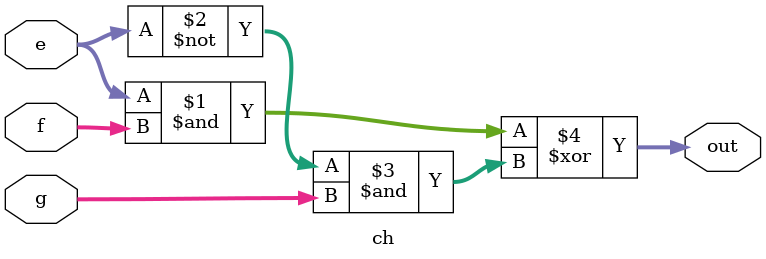
<source format=v>
module ch (
    input wire [31:0] e, f, g,
    output wire [31:0] out
);
    assign out = (e & f) ^ (~e & g);
endmodule

</source>
